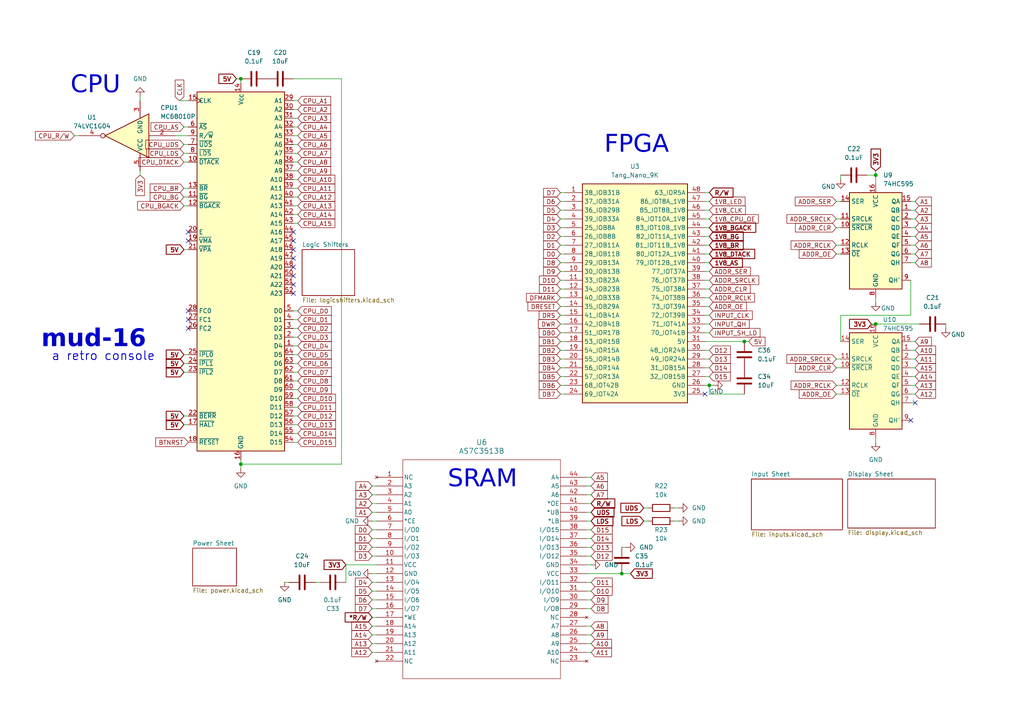
<source format=kicad_sch>
(kicad_sch (version 20250114) (generator "eeschema") (generator_version "9.0")
  (paper "A4")
  (text "mud-16" (at 27.178 99.822 0) (effects (font (size 5.08 5.08) (bold yes))))
  (text "SRAM" (at 139.954 140.462 0) (effects (font (size 5.08 5.08))))
  (text "FPGA\n" (at 184.658 43.434 0) (effects (font (size 5.08 5.08))))
  (text "a retro console" (at 29.972 103.378 0) (effects (font (size 2.54 2.54) (thickness 0.254) (bold yes))))
  (text "CPU" (at 27.686 26.162 0) (effects (font (size 5.08 5.08))))
  (junction (at 205.74 111.76))
  (junction (at 180.34 166.37))
  (junction (at 69.85 22.86))
  (junction (at 215.9 99.06))
  (junction (at 254 93.98))
  (junction (at 254 50.8))
  (junction (at 69.85 134.62))
  (no_connect (at 54.61 90.17))
  (no_connect (at 85.09 72.39))
  (no_connect (at 204.47 114.3))
  (no_connect (at 54.61 95.25))
  (no_connect (at 85.09 69.85))
  (no_connect (at 265.43 116.84))
  (no_connect (at 85.09 74.93))
  (no_connect (at 85.09 85.09))
  (no_connect (at 54.61 92.71))
  (no_connect (at 85.09 77.47))
  (no_connect (at 54.61 69.85))
  (no_connect (at 85.09 67.31))
  (no_connect (at 54.61 67.31))
  (no_connect (at 264.16 121.92))
  (no_connect (at 85.09 80.01))
  (no_connect (at 85.09 82.55))
  (wire (pts (xy 86.36 49.53) (xy 85.09 49.53)))
  (wire (pts (xy 85.09 92.71) (xy 86.36 92.71)))
  (wire (pts (xy 53.34 57.15) (xy 54.61 57.15)))
  (wire (pts (xy 265.43 73.66) (xy 264.16 73.66)))
  (wire (pts (xy 162.56 71.12) (xy 163.83 71.12)))
  (wire (pts (xy 205.74 60.96) (xy 204.47 60.96)))
  (wire (pts (xy 107.95 189.23) (xy 109.22 189.23)))
  (wire (pts (xy 162.56 58.42) (xy 163.83 58.42)))
  (wire (pts (xy 107.95 140.97) (xy 109.22 140.97)))
  (wire (pts (xy 85.09 120.65) (xy 86.36 120.65)))
  (wire (pts (xy 171.45 161.29) (xy 170.18 161.29)))
  (wire (pts (xy 91.44 168.91) (xy 92.71 168.91)))
  (wire (pts (xy 85.09 115.57) (xy 86.36 115.57)))
  (wire (pts (xy 86.36 31.75) (xy 85.09 31.75)))
  (wire (pts (xy 86.36 52.07) (xy 85.09 52.07)))
  (wire (pts (xy 99.06 134.62) (xy 69.85 134.62)))
  (wire (pts (xy 180.34 166.37) (xy 170.18 166.37)))
  (wire (pts (xy 85.09 123.19) (xy 86.36 123.19)))
  (wire (pts (xy 171.45 163.83) (xy 170.18 163.83)))
  (wire (pts (xy 53.34 107.95) (xy 54.61 107.95)))
  (wire (pts (xy 205.74 71.12) (xy 204.47 71.12)))
  (wire (pts (xy 86.36 29.21) (xy 85.09 29.21)))
  (wire (pts (xy 53.34 123.19) (xy 54.61 123.19)))
  (wire (pts (xy 162.56 109.22) (xy 163.83 109.22)))
  (wire (pts (xy 162.56 78.74) (xy 163.83 78.74)))
  (wire (pts (xy 205.74 101.6) (xy 204.47 101.6)))
  (wire (pts (xy 53.34 72.39) (xy 54.61 72.39)))
  (wire (pts (xy 215.9 114.3) (xy 205.74 114.3)))
  (wire (pts (xy 205.74 58.42) (xy 204.47 58.42)))
  (wire (pts (xy 107.95 146.05) (xy 109.22 146.05)))
  (wire (pts (xy 85.09 97.79) (xy 86.36 97.79)))
  (wire (pts (xy 107.95 153.67) (xy 109.22 153.67)))
  (wire (pts (xy 205.74 109.22) (xy 204.47 109.22)))
  (wire (pts (xy 205.74 96.52) (xy 204.47 96.52)))
  (wire (pts (xy 171.45 186.69) (xy 170.18 186.69)))
  (wire (pts (xy 85.09 90.17) (xy 86.36 90.17)))
  (wire (pts (xy 107.95 171.45) (xy 109.22 171.45)))
  (wire (pts (xy 85.09 113.03) (xy 86.36 113.03)))
  (wire (pts (xy 86.36 64.77) (xy 85.09 64.77)))
  (wire (pts (xy 171.45 146.05) (xy 170.18 146.05)))
  (wire (pts (xy 171.45 151.13) (xy 170.18 151.13)))
  (wire (pts (xy 107.95 186.69) (xy 109.22 186.69)))
  (wire (pts (xy 162.56 91.44) (xy 163.83 91.44)))
  (wire (pts (xy 265.43 71.12) (xy 264.16 71.12)))
  (wire (pts (xy 242.57 58.42) (xy 243.84 58.42)))
  (wire (pts (xy 107.95 151.13) (xy 109.22 151.13)))
  (wire (pts (xy 107.95 181.61) (xy 109.22 181.61)))
  (wire (pts (xy 265.43 58.42) (xy 264.16 58.42)))
  (wire (pts (xy 69.85 134.62) (xy 69.85 133.35)))
  (wire (pts (xy 107.95 143.51) (xy 109.22 143.51)))
  (wire (pts (xy 171.45 176.53) (xy 170.18 176.53)))
  (wire (pts (xy 207.01 111.76) (xy 205.74 111.76)))
  (wire (pts (xy 82.55 168.91) (xy 83.82 168.91)))
  (wire (pts (xy 254 128.27) (xy 254 127)))
  (wire (pts (xy 107.95 168.91) (xy 109.22 168.91)))
  (wire (pts (xy 40.64 50.8) (xy 40.64 49.53)))
  (wire (pts (xy 162.56 88.9) (xy 163.83 88.9)))
  (wire (pts (xy 205.74 93.98) (xy 204.47 93.98)))
  (wire (pts (xy 162.56 106.68) (xy 163.83 106.68)))
  (wire (pts (xy 162.56 83.82) (xy 163.83 83.82)))
  (wire (pts (xy 171.45 153.67) (xy 170.18 153.67)))
  (wire (pts (xy 242.57 71.12) (xy 243.84 71.12)))
  (wire (pts (xy 264.16 91.44) (xy 243.84 91.44)))
  (wire (pts (xy 162.56 99.06) (xy 163.83 99.06)))
  (wire (pts (xy 171.45 173.99) (xy 170.18 173.99)))
  (wire (pts (xy 205.74 88.9) (xy 204.47 88.9)))
  (wire (pts (xy 53.34 44.45) (xy 54.61 44.45)))
  (wire (pts (xy 107.95 176.53) (xy 109.22 176.53)))
  (wire (pts (xy 162.56 60.96) (xy 163.83 60.96)))
  (wire (pts (xy 205.74 66.04) (xy 204.47 66.04)))
  (wire (pts (xy 86.36 39.37) (xy 85.09 39.37)))
  (wire (pts (xy 215.9 99.06) (xy 217.17 99.06)))
  (wire (pts (xy 171.45 184.15) (xy 170.18 184.15)))
  (wire (pts (xy 171.45 138.43) (xy 170.18 138.43)))
  (wire (pts (xy 86.36 44.45) (xy 85.09 44.45)))
  (wire (pts (xy 53.34 46.99) (xy 54.61 46.99)))
  (wire (pts (xy 85.09 100.33) (xy 86.36 100.33)))
  (wire (pts (xy 107.95 166.37) (xy 109.22 166.37)))
  (wire (pts (xy 85.09 102.87) (xy 86.36 102.87)))
  (wire (pts (xy 69.85 22.86) (xy 69.85 24.13)))
  (wire (pts (xy 99.06 22.86) (xy 99.06 134.62)))
  (wire (pts (xy 162.56 86.36) (xy 163.83 86.36)))
  (wire (pts (xy 162.56 104.14) (xy 163.83 104.14)))
  (wire (pts (xy 171.45 189.23) (xy 170.18 189.23)))
  (wire (pts (xy 205.74 78.74) (xy 204.47 78.74)))
  (wire (pts (xy 205.74 111.76) (xy 204.47 111.76)))
  (wire (pts (xy 243.84 91.44) (xy 243.84 99.06)))
  (wire (pts (xy 107.95 179.07) (xy 109.22 179.07)))
  (wire (pts (xy 86.36 41.91) (xy 85.09 41.91)))
  (wire (pts (xy 265.43 99.06) (xy 264.16 99.06)))
  (wire (pts (xy 171.45 158.75) (xy 170.18 158.75)))
  (wire (pts (xy 86.36 54.61) (xy 85.09 54.61)))
  (wire (pts (xy 171.45 140.97) (xy 170.18 140.97)))
  (wire (pts (xy 254 49.53) (xy 254 50.8)))
  (wire (pts (xy 205.74 55.88) (xy 204.47 55.88)))
  (wire (pts (xy 162.56 55.88) (xy 163.83 55.88)))
  (wire (pts (xy 68.58 22.86) (xy 69.85 22.86)))
  (wire (pts (xy 205.74 81.28) (xy 204.47 81.28)))
  (wire (pts (xy 196.85 151.13) (xy 195.58 151.13)))
  (wire (pts (xy 205.74 106.68) (xy 204.47 106.68)))
  (wire (pts (xy 107.95 173.99) (xy 109.22 173.99)))
  (wire (pts (xy 171.45 143.51) (xy 170.18 143.51)))
  (wire (pts (xy 171.45 181.61) (xy 170.18 181.61)))
  (wire (pts (xy 205.74 73.66) (xy 204.47 73.66)))
  (wire (pts (xy 171.45 156.21) (xy 170.18 156.21)))
  (wire (pts (xy 162.56 81.28) (xy 163.83 81.28)))
  (wire (pts (xy 252.73 93.98) (xy 254 93.98)))
  (wire (pts (xy 205.74 63.5) (xy 204.47 63.5)))
  (wire (pts (xy 242.57 66.04) (xy 243.84 66.04)))
  (wire (pts (xy 254 93.98) (xy 266.7 93.98)))
  (wire (pts (xy 85.09 22.86) (xy 99.06 22.86)))
  (wire (pts (xy 53.34 105.41) (xy 54.61 105.41)))
  (wire (pts (xy 187.96 151.13) (xy 186.69 151.13)))
  (wire (pts (xy 40.64 27.94) (xy 40.64 29.21)))
  (wire (pts (xy 86.36 36.83) (xy 85.09 36.83)))
  (wire (pts (xy 53.34 54.61) (xy 54.61 54.61)))
  (wire (pts (xy 85.09 110.49) (xy 86.36 110.49)))
  (wire (pts (xy 242.57 106.68) (xy 243.84 106.68)))
  (wire (pts (xy 107.95 156.21) (xy 109.22 156.21)))
  (wire (pts (xy 53.34 36.83) (xy 54.61 36.83)))
  (wire (pts (xy 53.34 59.69) (xy 54.61 59.69)))
  (wire (pts (xy 162.56 96.52) (xy 163.83 96.52)))
  (wire (pts (xy 254 50.8) (xy 254 53.34)))
  (wire (pts (xy 242.57 104.14) (xy 243.84 104.14)))
  (wire (pts (xy 265.43 106.68) (xy 264.16 106.68)))
  (wire (pts (xy 205.74 114.3) (xy 205.74 111.76)))
  (wire (pts (xy 85.09 107.95) (xy 86.36 107.95)))
  (wire (pts (xy 107.95 161.29) (xy 109.22 161.29)))
  (wire (pts (xy 242.57 63.5) (xy 243.84 63.5)))
  (wire (pts (xy 265.43 111.76) (xy 264.16 111.76)))
  (wire (pts (xy 162.56 63.5) (xy 163.83 63.5)))
  (wire (pts (xy 204.47 99.06) (xy 215.9 99.06)))
  (wire (pts (xy 265.43 60.96) (xy 264.16 60.96)))
  (wire (pts (xy 107.95 184.15) (xy 109.22 184.15)))
  (wire (pts (xy 86.36 46.99) (xy 85.09 46.99)))
  (wire (pts (xy 265.43 109.22) (xy 264.16 109.22)))
  (wire (pts (xy 205.74 104.14) (xy 204.47 104.14)))
  (wire (pts (xy 205.74 76.2) (xy 204.47 76.2)))
  (wire (pts (xy 107.95 158.75) (xy 109.22 158.75)))
  (wire (pts (xy 53.34 102.87) (xy 54.61 102.87)))
  (wire (pts (xy 85.09 105.41) (xy 86.36 105.41)))
  (wire (pts (xy 182.88 166.37) (xy 180.34 166.37)))
  (wire (pts (xy 265.43 68.58) (xy 264.16 68.58)))
  (wire (pts (xy 205.74 91.44) (xy 204.47 91.44)))
  (wire (pts (xy 52.07 29.21) (xy 54.61 29.21)))
  (wire (pts (xy 171.45 168.91) (xy 170.18 168.91)))
  (wire (pts (xy 243.84 52.07) (xy 243.84 50.8)))
  (wire (pts (xy 21.59 39.37) (xy 22.86 39.37)))
  (wire (pts (xy 162.56 73.66) (xy 163.83 73.66)))
  (wire (pts (xy 181.61 158.75) (xy 180.34 158.75)))
  (wire (pts (xy 171.45 171.45) (xy 170.18 171.45)))
  (wire (pts (xy 162.56 93.98) (xy 163.83 93.98)))
  (wire (pts (xy 242.57 111.76) (xy 243.84 111.76)))
  (wire (pts (xy 162.56 101.6) (xy 163.83 101.6)))
  (wire (pts (xy 265.43 104.14) (xy 264.16 104.14)))
  (wire (pts (xy 162.56 76.2) (xy 163.83 76.2)))
  (wire (pts (xy 162.56 68.58) (xy 163.83 68.58)))
  (wire (pts (xy 86.36 62.23) (xy 85.09 62.23)))
  (wire (pts (xy 69.85 135.89) (xy 69.85 134.62)))
  (wire (pts (xy 265.43 66.04) (xy 264.16 66.04)))
  (wire (pts (xy 205.74 83.82) (xy 204.47 83.82)))
  (wire (pts (xy 265.43 114.3) (xy 264.16 114.3)))
  (wire (pts (xy 86.36 34.29) (xy 85.09 34.29)))
  (wire (pts (xy 85.09 125.73) (xy 86.36 125.73)))
  (wire (pts (xy 85.09 128.27) (xy 86.36 128.27)))
  (wire (pts (xy 242.57 114.3) (xy 243.84 114.3)))
  (wire (pts (xy 265.43 63.5) (xy 264.16 63.5)))
  (wire (pts (xy 196.85 147.32) (xy 195.58 147.32)))
  (wire (pts (xy 50.8 39.37) (xy 54.61 39.37)))
  (wire (pts (xy 265.43 76.2) (xy 264.16 76.2)))
  (wire (pts (xy 86.36 59.69) (xy 85.09 59.69)))
  (wire (pts (xy 162.56 111.76) (xy 163.83 111.76)))
  (wire (pts (xy 265.43 116.84) (xy 264.16 116.84)))
  (wire (pts (xy 254 87.63) (xy 254 86.36)))
  (wire (pts (xy 187.96 147.32) (xy 186.69 147.32)))
  (wire (pts (xy 274.32 95.25) (xy 274.32 93.98)))
  (wire (pts (xy 205.74 68.58) (xy 204.47 68.58)))
  (wire (pts (xy 100.33 168.91) (xy 100.33 163.83)))
  (wire (pts (xy 205.74 86.36) (xy 204.47 86.36)))
  (wire (pts (xy 171.45 148.59) (xy 170.18 148.59)))
  (wire (pts (xy 162.56 66.04) (xy 163.83 66.04)))
  (wire (pts (xy 53.34 41.91) (xy 54.61 41.91)))
  (wire (pts (xy 162.56 114.3) (xy 163.83 114.3)))
  (wire (pts (xy 86.36 57.15) (xy 85.09 57.15)))
  (wire (pts (xy 251.46 50.8) (xy 254 50.8)))
  (wire (pts (xy 107.95 148.59) (xy 109.22 148.59)))
  (wire (pts (xy 242.57 73.66) (xy 243.84 73.66)))
  (wire (pts (xy 100.33 163.83) (xy 109.22 163.83)))
  (wire (pts (xy 85.09 95.25) (xy 86.36 95.25)))
  (wire (pts (xy 265.43 101.6) (xy 264.16 101.6)))
  (wire (pts (xy 85.09 118.11) (xy 86.36 118.11)))
  (wire (pts (xy 53.34 120.65) (xy 54.61 120.65)))
  (wire (pts (xy 264.16 81.28) (xy 264.16 91.44)))
  (global_label "1V8_DTACK" (shape input) (at 205.74 73.66 0) (effects (font (thickness 0.254) (bold yes))) (property "Intersheetrefs" "${INTERSHEET_REFS}" (effects (hide yes))))
  (global_label "CPU_A9" (shape input) (at 86.36 49.53 0) (property "Intersheetrefs" "${INTERSHEET_REFS}" (effects (hide yes))))
  (global_label "DB0" (shape input) (at 162.56 96.52 180) (property "Intersheetrefs" "${INTERSHEET_REFS}" (effects (hide yes))))
  (global_label "CPU_D7" (shape input) (at 86.36 107.95 0) (property "Intersheetrefs" "${INTERSHEET_REFS}" (effects (hide yes))))
  (global_label "A8" (shape input) (at 171.45 181.61 0) (property "Intersheetrefs" "${INTERSHEET_REFS}" (effects (hide yes))))
  (global_label "1V8_CPU_OE" (shape input) (at 205.74 63.5 0) (property "Intersheetrefs" "${INTERSHEET_REFS}" (effects (hide yes))))
  (global_label "CPU_D10" (shape input) (at 86.36 115.57 0) (property "Intersheetrefs" "${INTERSHEET_REFS}" (effects (hide yes))))
  (global_label "INPUT_SH_LD" (shape input) (at 205.74 96.52 0) (property "Intersheetrefs" "${INTERSHEET_REFS}" (effects (hide yes))))
  (global_label "CPU_A5" (shape input) (at 86.36 39.37 0) (property "Intersheetrefs" "${INTERSHEET_REFS}" (effects (hide yes))))
  (global_label "CPU_A11" (shape input) (at 86.36 54.61 0) (property "Intersheetrefs" "${INTERSHEET_REFS}" (effects (hide yes))))
  (global_label "A8" (shape input) (at 265.43 76.2 0) (property "Intersheetrefs" "${INTERSHEET_REFS}" (effects (hide yes))))
  (global_label "A6" (shape input) (at 171.45 140.97 0) (property "Intersheetrefs" "${INTERSHEET_REFS}" (effects (hide yes))))
  (global_label "CPU_A2" (shape input) (at 86.36 31.75 0) (property "Intersheetrefs" "${INTERSHEET_REFS}" (effects (hide yes))))
  (global_label "ADDR_SER" (shape input) (at 205.74 78.74 0) (property "Intersheetrefs" "${INTERSHEET_REFS}" (effects (hide yes))))
  (global_label "D1" (shape input) (at 162.56 71.12 180) (property "Intersheetrefs" "${INTERSHEET_REFS}" (effects (hide yes))))
  (global_label "D7" (shape input) (at 162.56 55.88 180) (property "Intersheetrefs" "${INTERSHEET_REFS}" (effects (hide yes))))
  (global_label "A9" (shape input) (at 265.43 99.06 0) (property "Intersheetrefs" "${INTERSHEET_REFS}" (effects (hide yes))))
  (global_label "D2" (shape input) (at 162.56 68.58 180) (property "Intersheetrefs" "${INTERSHEET_REFS}" (effects (hide yes))))
  (global_label "3V3" (shape input) (at 254 49.53 90) (effects (font (thickness 0.254) (bold yes))) (property "Intersheetrefs" "${INTERSHEET_REFS}" (effects (hide yes))))
  (global_label "CPU_D13" (shape input) (at 86.36 123.19 0) (property "Intersheetrefs" "${INTERSHEET_REFS}" (effects (hide yes))))
  (global_label "LDS" (shape input) (at 171.45 151.13 0) (effects (font (thickness 0.254) (bold yes))) (property "Intersheetrefs" "${INTERSHEET_REFS}" (effects (hide yes))))
  (global_label "DB6" (shape input) (at 162.56 111.76 180) (property "Intersheetrefs" "${INTERSHEET_REFS}" (effects (hide yes))))
  (global_label "3V3" (shape input) (at 100.33 163.83 180) (effects (font (thickness 0.254) (bold yes))) (property "Intersheetrefs" "${INTERSHEET_REFS}" (effects (hide yes))))
  (global_label "A15" (shape input) (at 107.95 181.61 180) (property "Intersheetrefs" "${INTERSHEET_REFS}" (effects (hide yes))))
  (global_label "CPU_A4" (shape input) (at 86.36 36.83 0) (property "Intersheetrefs" "${INTERSHEET_REFS}" (effects (hide yes))))
  (global_label "D11" (shape input) (at 162.56 83.82 180) (property "Intersheetrefs" "${INTERSHEET_REFS}" (effects (hide yes))))
  (global_label "D3" (shape input) (at 107.95 161.29 180) (property "Intersheetrefs" "${INTERSHEET_REFS}" (effects (hide yes))))
  (global_label "ADDR_RCLK" (shape input) (at 242.57 71.12 180) (property "Intersheetrefs" "${INTERSHEET_REFS}" (effects (hide yes))))
  (global_label "DB4" (shape input) (at 162.56 106.68 180) (property "Intersheetrefs" "${INTERSHEET_REFS}" (effects (hide yes))))
  (global_label "1V8_BGACK" (shape input) (at 205.74 66.04 0) (effects (font (thickness 0.254) (bold yes))) (property "Intersheetrefs" "${INTERSHEET_REFS}" (effects (hide yes))))
  (global_label "A1" (shape input) (at 107.95 148.59 180) (property "Intersheetrefs" "${INTERSHEET_REFS}" (effects (hide yes))))
  (global_label "D11" (shape input) (at 171.45 168.91 0) (property "Intersheetrefs" "${INTERSHEET_REFS}" (effects (hide yes))))
  (global_label "INPUT_CLK" (shape input) (at 205.74 91.44 0) (property "Intersheetrefs" "${INTERSHEET_REFS}" (effects (hide yes))))
  (global_label "CPU_A10" (shape input) (at 86.36 52.07 0) (property "Intersheetrefs" "${INTERSHEET_REFS}" (effects (hide yes))))
  (global_label "CPU_D0" (shape input) (at 86.36 90.17 0) (property "Intersheetrefs" "${INTERSHEET_REFS}" (effects (hide yes))))
  (global_label "DRESET" (shape input) (at 162.56 88.9 180) (property "Intersheetrefs" "${INTERSHEET_REFS}" (effects (hide yes))))
  (global_label "D15" (shape input) (at 205.74 109.22 0) (property "Intersheetrefs" "${INTERSHEET_REFS}" (effects (hide yes))))
  (global_label "CPU_R{slash}W" (shape input) (at 21.59 39.37 180) (property "Intersheetrefs" "${INTERSHEET_REFS}" (effects (hide yes))))
  (global_label "A12" (shape input) (at 107.95 189.23 180) (property "Intersheetrefs" "${INTERSHEET_REFS}" (effects (hide yes))))
  (global_label "CPU_A8" (shape input) (at 86.36 46.99 0) (property "Intersheetrefs" "${INTERSHEET_REFS}" (effects (hide yes))))
  (global_label "UDS" (shape input) (at 186.69 147.32 180) (effects (font (thickness 0.254) (bold yes))) (property "Intersheetrefs" "${INTERSHEET_REFS}" (effects (hide yes))))
  (global_label "D7" (shape input) (at 107.95 176.53 180) (property "Intersheetrefs" "${INTERSHEET_REFS}" (effects (hide yes))))
  (global_label "ADDR_OE" (shape input) (at 242.57 114.3 180) (property "Intersheetrefs" "${INTERSHEET_REFS}" (effects (hide yes))))
  (global_label "A7" (shape input) (at 171.45 143.51 0) (property "Intersheetrefs" "${INTERSHEET_REFS}" (effects (hide yes))))
  (global_label "A13" (shape input) (at 265.43 111.76 0) (property "Intersheetrefs" "${INTERSHEET_REFS}" (effects (hide yes))))
  (global_label "CPU_A13" (shape input) (at 86.36 59.69 0) (property "Intersheetrefs" "${INTERSHEET_REFS}" (effects (hide yes))))
  (global_label "A3" (shape input) (at 107.95 143.51 180) (property "Intersheetrefs" "${INTERSHEET_REFS}" (effects (hide yes))))
  (global_label "D5" (shape input) (at 162.56 60.96 180) (property "Intersheetrefs" "${INTERSHEET_REFS}" (effects (hide yes))))
  (global_label "CPU_AS" (shape input) (at 53.34 36.83 180) (property "Intersheetrefs" "${INTERSHEET_REFS}" (effects (hide yes))))
  (global_label "INPUT_QH" (shape input) (at 205.74 93.98 0) (property "Intersheetrefs" "${INTERSHEET_REFS}" (effects (hide yes))))
  (global_label "A10" (shape input) (at 171.45 186.69 0) (property "Intersheetrefs" "${INTERSHEET_REFS}" (effects (hide yes))))
  (global_label "A4" (shape input) (at 107.95 140.97 180) (property "Intersheetrefs" "${INTERSHEET_REFS}" (effects (hide yes))))
  (global_label "CLK" (shape input) (at 52.07 29.21 90) (property "Intersheetrefs" "${INTERSHEET_REFS}" (effects (hide yes))))
  (global_label "CPU_DTACK" (shape input) (at 53.34 46.99 180) (property "Intersheetrefs" "${INTERSHEET_REFS}" (effects (hide yes))))
  (global_label "1V8_AS" (shape input) (at 205.74 76.2 0) (effects (font (thickness 0.254) (bold yes))) (property "Intersheetrefs" "${INTERSHEET_REFS}" (effects (hide yes))))
  (global_label "A15" (shape input) (at 265.43 106.68 0) (property "Intersheetrefs" "${INTERSHEET_REFS}" (effects (hide yes))))
  (global_label "A6" (shape input) (at 265.43 71.12 0) (property "Intersheetrefs" "${INTERSHEET_REFS}" (effects (hide yes))))
  (global_label "CPU_D1" (shape input) (at 86.36 92.71 0) (property "Intersheetrefs" "${INTERSHEET_REFS}" (effects (hide yes))))
  (global_label "DB3" (shape input) (at 162.56 104.14 180) (property "Intersheetrefs" "${INTERSHEET_REFS}" (effects (hide yes))))
  (global_label "DB2" (shape input) (at 162.56 101.6 180) (property "Intersheetrefs" "${INTERSHEET_REFS}" (effects (hide yes))))
  (global_label "D10" (shape input) (at 162.56 81.28 180) (property "Intersheetrefs" "${INTERSHEET_REFS}" (effects (hide yes))))
  (global_label "CPU_BGACK" (shape input) (at 53.34 59.69 180) (property "Intersheetrefs" "${INTERSHEET_REFS}" (effects (hide yes))))
  (global_label "5V" (shape input) (at 217.17 99.06 0) (property "Intersheetrefs" "${INTERSHEET_REFS}" (effects (hide yes))))
  (global_label "A2" (shape input) (at 265.43 60.96 0) (property "Intersheetrefs" "${INTERSHEET_REFS}" (effects (hide yes))))
  (global_label "A9" (shape input) (at 171.45 184.15 0) (property "Intersheetrefs" "${INTERSHEET_REFS}" (effects (hide yes))))
  (global_label "D15" (shape input) (at 171.45 153.67 0) (property "Intersheetrefs" "${INTERSHEET_REFS}" (effects (hide yes))))
  (global_label "5V" (shape input) (at 53.34 120.65 180) (effects (font (thickness 0.254) (bold yes))) (property "Intersheetrefs" "${INTERSHEET_REFS}" (effects (hide yes))))
  (global_label "CPU_D8" (shape input) (at 86.36 110.49 0) (property "Intersheetrefs" "${INTERSHEET_REFS}" (effects (hide yes))))
  (global_label "CPU_BG" (shape input) (at 53.34 57.15 180) (property "Intersheetrefs" "${INTERSHEET_REFS}" (effects (hide yes))))
  (global_label "A4" (shape input) (at 265.43 66.04 0) (property "Intersheetrefs" "${INTERSHEET_REFS}" (effects (hide yes))))
  (global_label "CPU_UDS" (shape input) (at 53.34 41.91 180) (property "Intersheetrefs" "${INTERSHEET_REFS}" (effects (hide yes))))
  (global_label "DB5" (shape input) (at 162.56 109.22 180) (property "Intersheetrefs" "${INTERSHEET_REFS}" (effects (hide yes))))
  (global_label "A2" (shape input) (at 107.95 146.05 180) (property "Intersheetrefs" "${INTERSHEET_REFS}" (effects (hide yes))))
  (global_label "ADDR_CLR" (shape input) (at 242.57 66.04 180) (property "Intersheetrefs" "${INTERSHEET_REFS}" (effects (hide yes))))
  (global_label "DFMARK" (shape input) (at 162.56 86.36 180) (property "Intersheetrefs" "${INTERSHEET_REFS}" (effects (hide yes))))
  (global_label "D13" (shape input) (at 205.74 104.14 0) (property "Intersheetrefs" "${INTERSHEET_REFS}" (effects (hide yes))))
  (global_label "CPU_D12" (shape input) (at 86.36 120.65 0) (property "Intersheetrefs" "${INTERSHEET_REFS}" (effects (hide yes))))
  (global_label "CPU_A12" (shape input) (at 86.36 57.15 0) (property "Intersheetrefs" "${INTERSHEET_REFS}" (effects (hide yes))))
  (global_label "A5" (shape input) (at 171.45 138.43 0) (property "Intersheetrefs" "${INTERSHEET_REFS}" (effects (hide yes))))
  (global_label "D4" (shape input) (at 107.95 168.91 180) (property "Intersheetrefs" "${INTERSHEET_REFS}" (effects (hide yes))))
  (global_label "D8" (shape input) (at 171.45 176.53 0) (property "Intersheetrefs" "${INTERSHEET_REFS}" (effects (hide yes))))
  (global_label "D0" (shape input) (at 162.56 73.66 180) (property "Intersheetrefs" "${INTERSHEET_REFS}" (effects (hide yes))))
  (global_label "BTNRST" (shape input) (at 54.61 128.27 180) (property "Intersheetrefs" "${INTERSHEET_REFS}" (effects (hide yes))))
  (global_label "D12" (shape input) (at 205.74 101.6 0) (property "Intersheetrefs" "${INTERSHEET_REFS}" (effects (hide yes))))
  (global_label "LDS" (shape input) (at 186.69 151.13 180) (effects (font (thickness 0.254) (bold yes))) (property "Intersheetrefs" "${INTERSHEET_REFS}" (effects (hide yes))))
  (global_label "3V3" (shape input) (at 40.64 50.8 270) (property "Intersheetrefs" "${INTERSHEET_REFS}" (effects (hide yes))))
  (global_label "1V8_CLK" (shape input) (at 205.74 60.96 0) (property "Intersheetrefs" "${INTERSHEET_REFS}" (effects (hide yes))))
  (global_label "D5" (shape input) (at 107.95 171.45 180) (property "Intersheetrefs" "${INTERSHEET_REFS}" (effects (hide yes))))
  (global_label "D14" (shape input) (at 171.45 156.21 0) (property "Intersheetrefs" "${INTERSHEET_REFS}" (effects (hide yes))))
  (global_label "5V" (shape input) (at 68.58 22.86 180) (effects (font (thickness 0.254) (bold yes))) (property "Intersheetrefs" "${INTERSHEET_REFS}" (effects (hide yes))))
  (global_label "D10" (shape input) (at 171.45 171.45 0) (property "Intersheetrefs" "${INTERSHEET_REFS}" (effects (hide yes))))
  (global_label "D13" (shape input) (at 171.45 158.75 0) (property "Intersheetrefs" "${INTERSHEET_REFS}" (effects (hide yes))))
  (global_label "ADDR_SRCLK" (shape input) (at 205.74 81.28 0) (property "Intersheetrefs" "${INTERSHEET_REFS}" (effects (hide yes))))
  (global_label "R{slash}W" (shape input) (at 205.74 55.88 0) (effects (font (thickness 0.254) (bold yes))) (property "Intersheetrefs" "${INTERSHEET_REFS}" (effects (hide yes))))
  (global_label "5V" (shape input) (at 53.34 105.41 180) (effects (font (thickness 0.254) (bold yes))) (property "Intersheetrefs" "${INTERSHEET_REFS}" (effects (hide yes))))
  (global_label "D0" (shape input) (at 107.95 153.67 180) (property "Intersheetrefs" "${INTERSHEET_REFS}" (effects (hide yes))))
  (global_label "DB7" (shape input) (at 162.56 114.3 180) (property "Intersheetrefs" "${INTERSHEET_REFS}" (effects (hide yes))))
  (global_label "A1" (shape input) (at 265.43 58.42 0) (property "Intersheetrefs" "${INTERSHEET_REFS}" (effects (hide yes))))
  (global_label "DB1" (shape input) (at 162.56 99.06 180) (property "Intersheetrefs" "${INTERSHEET_REFS}" (effects (hide yes))))
  (global_label "CPU_D3" (shape input) (at 86.36 97.79 0) (property "Intersheetrefs" "${INTERSHEET_REFS}" (effects (hide yes))))
  (global_label "CPU_D11" (shape input) (at 86.36 118.11 0) (property "Intersheetrefs" "${INTERSHEET_REFS}" (effects (hide yes))))
  (global_label "CPU_BR" (shape input) (at 53.34 54.61 180) (property "Intersheetrefs" "${INTERSHEET_REFS}" (effects (hide yes))))
  (global_label "CPU_A7" (shape input) (at 86.36 44.45 0) (property "Intersheetrefs" "${INTERSHEET_REFS}" (effects (hide yes))))
  (global_label "CPU_LDS" (shape input) (at 53.34 44.45 180) (property "Intersheetrefs" "${INTERSHEET_REFS}" (effects (hide yes))))
  (global_label "CPU_D5" (shape input) (at 86.36 102.87 0) (property "Intersheetrefs" "${INTERSHEET_REFS}" (effects (hide yes))))
  (global_label "3V3" (shape input) (at 252.73 93.98 180) (effects (font (thickness 0.254) (bold yes))) (property "Intersheetrefs" "${INTERSHEET_REFS}" (effects (hide yes))))
  (global_label "A7" (shape input) (at 265.43 73.66 0) (property "Intersheetrefs" "${INTERSHEET_REFS}" (effects (hide yes))))
  (global_label "UDS" (shape input) (at 171.45 148.59 0) (effects (font (thickness 0.254) (bold yes))) (property "Intersheetrefs" "${INTERSHEET_REFS}" (effects (hide yes))))
  (global_label "A13" (shape input) (at 107.95 186.69 180) (property "Intersheetrefs" "${INTERSHEET_REFS}" (effects (hide yes))))
  (global_label "CPU_D4" (shape input) (at 86.36 100.33 0) (property "Intersheetrefs" "${INTERSHEET_REFS}" (effects (hide yes))))
  (global_label "CPU_D2" (shape input) (at 86.36 95.25 0) (property "Intersheetrefs" "${INTERSHEET_REFS}" (effects (hide yes))))
  (global_label "ADDR_RCLK" (shape input) (at 242.57 111.76 180) (property "Intersheetrefs" "${INTERSHEET_REFS}" (effects (hide yes))))
  (global_label "ADDR_CLR" (shape input) (at 242.57 106.68 180) (property "Intersheetrefs" "${INTERSHEET_REFS}" (effects (hide yes))))
  (global_label "5V" (shape input) (at 53.34 107.95 180) (effects (font (thickness 0.254) (bold yes))) (property "Intersheetrefs" "${INTERSHEET_REFS}" (effects (hide yes))))
  (global_label "5V" (shape input) (at 53.34 102.87 180) (effects (font (thickness 0.254) (bold yes))) (property "Intersheetrefs" "${INTERSHEET_REFS}" (effects (hide yes))))
  (global_label "CPU_D15" (shape input) (at 86.36 128.27 0) (property "Intersheetrefs" "${INTERSHEET_REFS}" (effects (hide yes))))
  (global_label "A11" (shape input) (at 171.45 189.23 0) (property "Intersheetrefs" "${INTERSHEET_REFS}" (effects (hide yes))))
  (global_label "CPU_D14" (shape input) (at 86.36 125.73 0) (property "Intersheetrefs" "${INTERSHEET_REFS}" (effects (hide yes))))
  (global_label "D4" (shape input) (at 162.56 63.5 180) (property "Intersheetrefs" "${INTERSHEET_REFS}" (effects (hide yes))))
  (global_label "A14" (shape input) (at 107.95 184.15 180) (property "Intersheetrefs" "${INTERSHEET_REFS}" (effects (hide yes))))
  (global_label "D8" (shape input) (at 162.56 76.2 180) (property "Intersheetrefs" "${INTERSHEET_REFS}" (effects (hide yes))))
  (global_label "DRS" (shape input) (at 162.56 91.44 180) (property "Intersheetrefs" "${INTERSHEET_REFS}" (effects (hide yes))))
  (global_label "D6" (shape input) (at 162.56 58.42 180) (property "Intersheetrefs" "${INTERSHEET_REFS}" (effects (hide yes))))
  (global_label "CPU_A14" (shape input) (at 86.36 62.23 0) (property "Intersheetrefs" "${INTERSHEET_REFS}" (effects (hide yes))))
  (global_label "1V8_LED" (shape input) (at 205.74 58.42 0) (property "Intersheetrefs" "${INTERSHEET_REFS}" (effects (hide yes))))
  (global_label "CPU_A1" (shape input) (at 86.36 29.21 0) (property "Intersheetrefs" "${INTERSHEET_REFS}" (effects (hide yes))))
  (global_label "ADDR_SRCLK" (shape input) (at 242.57 104.14 180) (property "Intersheetrefs" "${INTERSHEET_REFS}" (effects (hide yes))))
  (global_label "*R{slash}W" (shape input) (at 107.95 179.07 180) (effects (font (thickness 0.254) (bold yes))) (property "Intersheetrefs" "${INTERSHEET_REFS}" (effects (hide yes))))
  (global_label "D12" (shape input) (at 171.45 161.29 0) (property "Intersheetrefs" "${INTERSHEET_REFS}" (effects (hide yes))))
  (global_label "D3" (shape input) (at 162.56 66.04 180) (property "Intersheetrefs" "${INTERSHEET_REFS}" (effects (hide yes))))
  (global_label "1V8_BR" (shape input) (at 205.74 71.12 0) (effects (font (thickness 0.254) (bold yes))) (property "Intersheetrefs" "${INTERSHEET_REFS}" (effects (hide yes))))
  (global_label "A14" (shape input) (at 265.43 109.22 0) (property "Intersheetrefs" "${INTERSHEET_REFS}" (effects (hide yes))))
  (global_label "A10" (shape input) (at 265.43 101.6 0) (property "Intersheetrefs" "${INTERSHEET_REFS}" (effects (hide yes))))
  (global_label "D14" (shape input) (at 205.74 106.68 0) (property "Intersheetrefs" "${INTERSHEET_REFS}" (effects (hide yes))))
  (global_label "ADDR_OE" (shape input) (at 242.57 73.66 180) (property "Intersheetrefs" "${INTERSHEET_REFS}" (effects (hide yes))))
  (global_label "3V3" (shape input) (at 182.88 166.37 0) (effects (font (thickness 0.254) (bold yes))) (property "Intersheetrefs" "${INTERSHEET_REFS}" (effects (hide yes))))
  (global_label "ADDR_CLR" (shape input) (at 205.74 83.82 0) (property "Intersheetrefs" "${INTERSHEET_REFS}" (effects (hide yes))))
  (global_label "D9" (shape input) (at 171.45 173.99 0) (property "Intersheetrefs" "${INTERSHEET_REFS}" (effects (hide yes))))
  (global_label "A11" (shape input) (at 265.43 104.14 0) (property "Intersheetrefs" "${INTERSHEET_REFS}" (effects (hide yes))))
  (global_label "CPU_A6" (shape input) (at 86.36 41.91 0) (property "Intersheetrefs" "${INTERSHEET_REFS}" (effects (hide yes))))
  (global_label "D1" (shape input) (at 107.95 156.21 180) (property "Intersheetrefs" "${INTERSHEET_REFS}" (effects (hide yes))))
  (global_label "1V8_BG" (shape input) (at 205.74 68.58 0) (effects (font (thickness 0.254) (bold yes))) (property "Intersheetrefs" "${INTERSHEET_REFS}" (effects (hide yes))))
  (global_label "A12" (shape input) (at 265.43 114.3 0) (property "Intersheetrefs" "${INTERSHEET_REFS}" (effects (hide yes))))
  (global_label "5V" (shape input) (at 53.34 72.39 180) (effects (font (thickness 0.254) (bold yes))) (property "Intersheetrefs" "${INTERSHEET_REFS}" (effects (hide yes))))
  (global_label "R{slash}W" (shape input) (at 171.45 146.05 0) (effects (font (thickness 0.254) (bold yes))) (property "Intersheetrefs" "${INTERSHEET_REFS}" (effects (hide yes))))
  (global_label "ADDR_RCLK" (shape input) (at 205.74 86.36 0) (property "Intersheetrefs" "${INTERSHEET_REFS}" (effects (hide yes))))
  (global_label "DWR" (shape input) (at 162.56 93.98 180) (property "Intersheetrefs" "${INTERSHEET_REFS}" (effects (hide yes))))
  (global_label "CPU_A15" (shape input) (at 86.36 64.77 0) (property "Intersheetrefs" "${INTERSHEET_REFS}" (effects (hide yes))))
  (global_label "ADDR_SRCLK" (shape input) (at 242.57 63.5 180) (property "Intersheetrefs" "${INTERSHEET_REFS}" (effects (hide yes))))
  (global_label "CPU_A3" (shape input) (at 86.36 34.29 0) (property "Intersheetrefs" "${INTERSHEET_REFS}" (effects (hide yes))))
  (global_label "D2" (shape input) (at 107.95 158.75 180) (property "Intersheetrefs" "${INTERSHEET_REFS}" (effects (hide yes))))
  (global_label "A5" (shape input) (at 265.43 68.58 0) (property "Intersheetrefs" "${INTERSHEET_REFS}" (effects (hide yes))))
  (global_label "CPU_D6" (shape input) (at 86.36 105.41 0) (property "Intersheetrefs" "${INTERSHEET_REFS}" (effects (hide yes))))
  (global_label "ADDR_SER" (shape input) (at 242.57 58.42 180) (property "Intersheetrefs" "${INTERSHEET_REFS}" (effects (hide yes))))
  (global_label "D9" (shape input) (at 162.56 78.74 180) (property "Intersheetrefs" "${INTERSHEET_REFS}" (effects (hide yes))))
  (global_label "CPU_D9" (shape input) (at 86.36 113.03 0) (property "Intersheetrefs" "${INTERSHEET_REFS}" (effects (hide yes))))
  (global_label "D6" (shape input) (at 107.95 173.99 180) (property "Intersheetrefs" "${INTERSHEET_REFS}" (effects (hide yes))))
  (global_label "A3" (shape input) (at 265.43 63.5 0) (property "Intersheetrefs" "${INTERSHEET_REFS}" (effects (hide yes))))
  (global_label "ADDR_OE" (shape input) (at 205.74 88.9 0) (property "Intersheetrefs" "${INTERSHEET_REFS}" (effects (hide yes))))
  (global_label "5V" (shape input) (at 53.34 123.19 180) (effects (font (thickness 0.254) (bold yes))) (property "Intersheetrefs" "${INTERSHEET_REFS}" (effects (hide yes))))
  (symbol (lib_id "power:GND") (at 69.85 135.89 0) (unit 1)
    (property "Reference" "#PWR046" (effects (hide yes)))
    (property "Value" "GND" (at 69.85 140.97 0))
    (property "Description" "Power symbol creates a global label with name \"GND\" , ground" (effects (hide yes)))
  )
  (symbol (lib_id "power:GND") (at 254 87.63 0) (unit 1)
    (property "Reference" "#PWR048" (effects (hide yes)))
    (property "Value" "GND" (at 257.556 89.408 0))
    (property "Description" "Power symbol creates a global label with name \"GND\" , ground" (effects (hide yes)))
  )
  (symbol (lib_id "Device:C") (at 73.66 22.86 90) (unit 1)
    (property "Reference" "C19" (at 73.66 15.24 90))
    (property "Value" "0.1uF" (at 73.66 17.78 90))
    (property "Footprint" "Capacitor_SMD:C_0805_2012Metric_Pad1.18x1.45mm_HandSolder" (effects (hide yes)))
    (property "Description" "Unpolarized capacitor" (effects (hide yes)))
  )
  (symbol (lib_id "power:GND") (at 254 128.27 0) (unit 1)
    (property "Reference" "#PWR047" (effects (hide yes)))
    (property "Value" "GND" (at 254 133.35 0))
    (property "Description" "Power symbol creates a global label with name \"GND\" , ground" (effects (hide yes)))
  )
  (symbol (lib_id "AS7C513B:AS7C513B-12TCNTR") (at 109.22 138.43 0) (unit 1)
    (property "Reference" "U6" (at 139.7 128.27 0) (effects (font (size 1.524 1.524))))
    (property "Value" "AS7C3513B" (at 139.7 130.81 0) (effects (font (size 1.524 1.524))))
    (property "Footprint" "TSOP-44_10P2X18P4_ALL" (effects (hide yes)))
    (property "Datasheet" "AS7C513B-12TCNTR" (effects (hide yes)))
  )
  (symbol (lib_id "Device:C") (at 87.63 168.91 90) (unit 1)
    (property "Reference" "C24" (at 87.63 161.29 90))
    (property "Value" "10uF" (at 87.63 163.83 90))
    (property "Footprint" "Capacitor_SMD:C_0805_2012Metric_Pad1.18x1.45mm_HandSolder" (effects (hide yes)))
    (property "Description" "Unpolarized capacitor" (effects (hide yes)))
  )
  (symbol (lib_id "Device:C") (at 215.9 110.49 0) (unit 1)
    (property "Reference" "C34" (at 219.71 109.2199 0) (effects (justify left)))
    (property "Value" "10uF" (at 219.71 111.7599 0) (effects (justify left)))
    (property "Footprint" "Capacitor_SMD:C_0805_2012Metric_Pad1.18x1.45mm_HandSolder" (effects (hide yes)))
    (property "Description" "Unpolarized capacitor" (effects (hide yes)))
  )
  (symbol (lib_id "power:GND") (at 171.45 163.83 90) (unit 1)
    (property "Reference" "#PWR050" (effects (hide yes)))
    (property "Value" "GND" (at 175.26 163.8299 90) (effects (justify right)))
    (property "Description" "Power symbol creates a global label with name \"GND\" , ground" (effects (hide yes)))
  )
  (symbol (lib_id "Device:C") (at 247.65 50.8 90) (unit 1)
    (property "Reference" "C22" (at 247.65 43.18 90))
    (property "Value" "0.1uF" (at 247.65 45.72 90))
    (property "Footprint" "Capacitor_SMD:C_0805_2012Metric_Pad1.18x1.45mm_HandSolder" (effects (hide yes)))
    (property "Description" "Unpolarized capacitor" (effects (hide yes)))
  )
  (symbol (lib_id "power:GND") (at 107.95 166.37 270) (unit 1)
    (property "Reference" "#PWR044" (effects (hide yes)))
    (property "Value" "GND" (at 104.902 166.37 90) (effects (justify right)))
    (property "Description" "Power symbol creates a global label with name \"GND\" , ground" (effects (hide yes)))
  )
  (symbol (lib_id "nosuz_symbols:Tang_Nano_9K") (at 163.83 55.88 0) (unit 1)
    (property "Reference" "U3" (at 184.15 48.26 0))
    (property "Value" "Tang_Nano_9K" (at 184.15 50.8 0))
    (property "Footprint" "nosuz_symbols:DIP-48_TangNano9K" (effects (hide yes)))
    (property "Datasheet" "https://wiki.sipeed.com/hardware/en/tang/Tang-Nano-9K/Nano-9K.html" (effects (hide yes)))
    (property "Description" "Tang Nano 9K FPGA" (effects (hide yes)))
    (property "Akizuki" "117448" (effects (hide yes)))
  )
  (symbol (lib_id "Device:R") (at 191.77 151.13 90) (unit 1)
    (property "Reference" "R23" (at 191.77 153.67 90))
    (property "Value" "10k" (at 191.77 156.21 90))
    (property "Footprint" "Resistor_SMD:R_0805_2012Metric_Pad1.20x1.40mm_HandSolder" (effects (hide yes)))
    (property "Description" "Resistor" (effects (hide yes)))
  )
  (symbol (lib_id "power:GND") (at 82.55 168.91 0) (unit 1)
    (property "Reference" "#PWR0106" (effects (hide yes)))
    (property "Value" "GND" (at 82.55 173.99 0))
    (property "Description" "Power symbol creates a global label with name \"GND\" , ground" (effects (hide yes)))
  )
  (symbol (lib_id "Device:C") (at 96.52 168.91 270) (unit 1)
    (property "Reference" "C33" (at 96.52 176.53 90))
    (property "Value" "0.1uF" (at 96.52 173.99 90))
    (property "Footprint" "Capacitor_SMD:C_0805_2012Metric_Pad1.18x1.45mm_HandSolder" (effects (hide yes)))
    (property "Description" "Unpolarized capacitor" (effects (hide yes)))
  )
  (symbol (lib_id "power:GND") (at 40.64 27.94 180) (unit 1)
    (property "Reference" "#PWR051" (effects (hide yes)))
    (property "Value" "GND" (at 40.64 22.86 0))
    (property "Description" "Power symbol creates a global label with name \"GND\" , ground" (effects (hide yes)))
  )
  (symbol (lib_id "power:GND") (at 243.84 52.07 0) (unit 1)
    (property "Reference" "#PWR0100" (effects (hide yes)))
    (property "Value" "GND" (at 240.284 54.102 0))
    (property "Description" "Power symbol creates a global label with name \"GND\" , ground" (effects (hide yes)))
  )
  (symbol (lib_id "power:GND") (at 196.85 151.13 90) (unit 1)
    (property "Reference" "#PWR0116" (effects (hide yes)))
    (property "Value" "GND" (at 200.66 151.1299 90) (effects (justify right)))
    (property "Description" "Power symbol creates a global label with name \"GND\" , ground" (effects (hide yes)))
  )
  (symbol (lib_id "Device:C") (at 180.34 162.56 0) (unit 1)
    (property "Reference" "C35" (at 184.15 161.2899 0) (effects (justify left)))
    (property "Value" "0.1uF" (at 184.15 163.8299 0) (effects (justify left)))
    (property "Footprint" "Capacitor_SMD:C_0805_2012Metric_Pad1.18x1.45mm_HandSolder" (effects (hide yes)))
    (property "Description" "Unpolarized capacitor" (effects (hide yes)))
  )
  (symbol (lib_id "74xx:74HC595") (at 254 68.58 0) (unit 1)
    (property "Reference" "U9" (at 256.1433 50.8 0) (effects (justify left)))
    (property "Value" "74HC595" (at 256.1433 53.34 0) (effects (justify left)))
    (property "Footprint" "Package_SO:SOIC-16_3.9x9.9mm_P1.27mm" (effects (hide yes)))
    (property "Datasheet" "http://www.ti.com/lit/ds/symlink/sn74hc595.pdf" (effects (hide yes)))
    (property "Description" "8-bit serial in/out Shift Register 3-State Outputs" (effects (hide yes)))
  )
  (symbol (lib_id "Device:C") (at 81.28 22.86 90) (unit 1)
    (property "Reference" "C20" (at 81.28 15.24 90))
    (property "Value" "10uF" (at 81.28 17.78 90))
    (property "Footprint" "Capacitor_SMD:C_0805_2012Metric_Pad1.18x1.45mm_HandSolder" (effects (hide yes)))
    (property "Description" "Unpolarized capacitor" (effects (hide yes)))
  )
  (symbol (lib_id "74xGxx:74LVC1G04") (at 35.56 39.37 180) (unit 1)
    (property "Reference" "U1" (at 26.67 34.036 0))
    (property "Value" "74LVC1G04" (at 26.67 36.576 0))
    (property "Footprint" "Package_TO_SOT_SMD:SOT-23-5_HandSoldering" (effects (hide yes)))
    (property "Datasheet" "https://www.ti.com/lit/ds/symlink/sn74lvc1g04.pdf" (effects (hide yes)))
    (property "Description" "Single NOT Gate, Low-Voltage CMOS" (effects (hide yes)))
  )
  (symbol (lib_id "74xx:74HC595") (at 254 109.22 0) (unit 1)
    (property "Reference" "U10" (at 256.032 92.71 0) (effects (justify left)))
    (property "Value" "74HC595" (at 256.032 95.25 0) (effects (justify left)))
    (property "Footprint" "Package_SO:SOIC-16_3.9x9.9mm_P1.27mm" (effects (hide yes)))
    (property "Datasheet" "http://www.ti.com/lit/ds/symlink/sn74hc595.pdf" (effects (hide yes)))
    (property "Description" "8-bit serial in/out Shift Register 3-State Outputs" (effects (hide yes)))
  )
  (symbol (lib_id "Device:C") (at 215.9 102.87 0) (unit 1)
    (property "Reference" "C36" (at 219.71 101.5999 0) (effects (justify left)))
    (property "Value" "0.1uF" (at 219.71 104.1399 0) (effects (justify left)))
    (property "Footprint" "Capacitor_SMD:C_0805_2012Metric_Pad1.18x1.45mm_HandSolder" (effects (hide yes)))
    (property "Description" "Unpolarized capacitor" (effects (hide yes)))
  )
  (symbol (lib_id "power:GND") (at 207.01 111.76 90) (unit 1)
    (property "Reference" "#PWR049" (effects (hide yes)))
    (property "Value" "GND" (at 205.74 113.538 90) (effects (justify right)))
    (property "Description" "Power symbol creates a global label with name \"GND\" , ground" (effects (hide yes)))
  )
  (symbol (lib_id "power:GND") (at 274.32 95.25 0) (unit 1)
    (property "Reference" "#PWR099" (effects (hide yes)))
    (property "Value" "GND" (at 277.876 97.028 0))
    (property "Description" "Power symbol creates a global label with name \"GND\" , ground" (effects (hide yes)))
  )
  (symbol (lib_id "power:GND") (at 107.95 151.13 270) (unit 1)
    (property "Reference" "#PWR045" (effects (hide yes)))
    (property "Value" "GND" (at 104.14 151.1299 90) (effects (justify right)))
    (property "Description" "Power symbol creates a global label with name \"GND\" , ground" (effects (hide yes)))
  )
  (symbol (lib_id "power:GND") (at 196.85 147.32 90) (unit 1)
    (property "Reference" "#PWR0115" (effects (hide yes)))
    (property "Value" "GND" (at 200.66 147.3199 90) (effects (justify right)))
    (property "Description" "Power symbol creates a global label with name \"GND\" , ground" (effects (hide yes)))
  )
  (symbol (lib_id "Device:R") (at 191.77 147.32 90) (unit 1)
    (property "Reference" "R22" (at 191.77 140.97 90))
    (property "Value" "10k" (at 191.77 143.51 90))
    (property "Footprint" "Resistor_SMD:R_0805_2012Metric_Pad1.20x1.40mm_HandSolder" (effects (hide yes)))
    (property "Description" "Resistor" (effects (hide yes)))
  )
  (symbol (lib_id "CPU_NXP_68000:MC68010P") (at 69.85 80.01 0) (unit 1)
    (property "Reference" "CPU1" (at 46.482 31.242 0) (effects (justify left)))
    (property "Value" "MC68010P" (at 46.482 33.782 0) (effects (justify left)))
    (property "Footprint" "Package_DIP:DIP-64_W22.86mm" (effects (hide yes)))
    (property "Datasheet" "https://www.nxp.com/docs/en/reference-manual/MC68000UM.pdf" (effects (hide yes)))
    (property "Description" "16/32-bit microprocessor, 16-bit external data bus, 23-bit external address bus (effectively 24-bit), virtual memory support, loop mode, DIP-64 (900 mil, case 754-01)" (effects (hide yes)))
  )
  (symbol (lib_id "power:GND") (at 181.61 158.75 90) (unit 1)
    (property "Reference" "#PWR0107" (effects (hide yes)))
    (property "Value" "GND" (at 185.42 158.7499 90) (effects (justify right)))
    (property "Description" "Power symbol creates a global label with name \"GND\" , ground" (effects (hide yes)))
  )
  (symbol (lib_id "Device:C") (at 270.51 93.98 90) (unit 1)
    (property "Reference" "C21" (at 270.51 86.36 90))
    (property "Value" "0.1uF" (at 270.51 88.9 90))
    (property "Footprint" "Capacitor_SMD:C_0805_2012Metric_Pad1.18x1.45mm_HandSolder" (effects (hide yes)))
    (property "Description" "Unpolarized capacitor" (effects (hide yes)))
  )
  (sheet (at 245.872 138.938) (size 25.4 14.224) (stroke (width 0.1524))
    (property "Sheetname" "Display Sheet" (at 245.872 138.2264 0) (effects (justify left bottom)))
    (property "Sheetfile" "display.kicad_sch" (at 245.872 153.7466 0) (effects (justify left top)))
  )
  (sheet (at 87.63 72.39) (size 15.24 13.335) (stroke (width 0.1524))
    (property "Sheetname" "Logic Shifters" (at 87.63 71.6784 0) (effects (justify left bottom)))
    (property "Sheetfile" "logicshifters.kicad_sch" (at 87.63 86.3096 0) (effects (justify left top)))
  )
  (sheet (at 217.932 138.938) (size 26.416 14.732) (stroke (width 0.1524))
    (property "Sheetname" "Input Sheet" (at 217.932 138.2264 0) (effects (justify left bottom)))
    (property "Sheetfile" "inputs.kicad_sch" (at 217.932 154.2546 0) (effects (justify left top)))
  )
  (sheet (at 55.88 159.004) (size 12.7 10.922) (stroke (width 0.1524))
    (property "Sheetname" "Power Sheet" (at 55.88 158.2924 0) (effects (justify left bottom)))
    (property "Sheetfile" "power.kicad_sch" (at 55.88 170.5106 0) (effects (justify left top)))
  )
)
</source>
